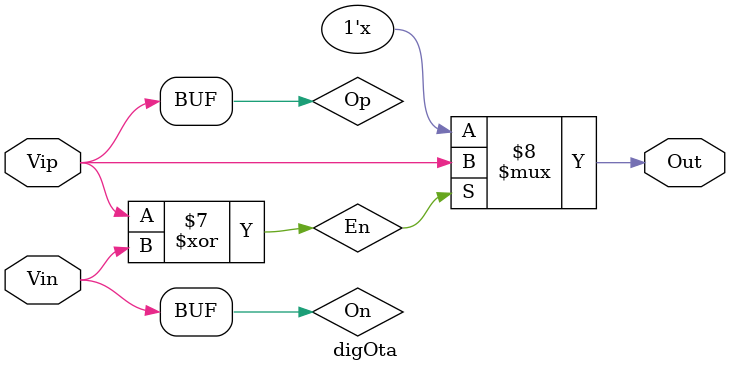
<source format=v>
module digOta (
    input Vip, 
    input Vin, 
    output Out
);
    wire INn, INp, Op, On, CM , En;


    assign INn = ~Vip; // IV1 
    assign INn = ~CM;  // IV2
    assign INp = ~Vin; //IV3 
    assign INp = ~CM;  //IV4 
    assign Op = ~INn; // IV5
    assign On = ~INp; //IV6 
    assign En = Op ^ On; // XOR1 
    assign Out = En ? Op : 1'bZ; //BT1
    assign CM = ~En ? ~Op : 1'bZ;


endmodule

</source>
